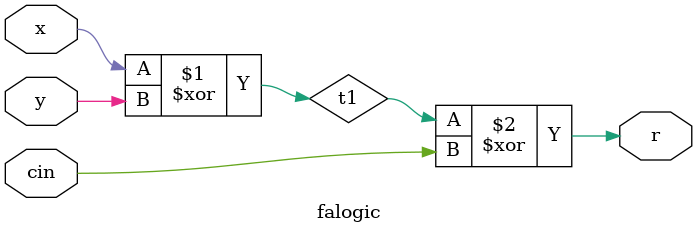
<source format=v>
`timescale 1ns / 1ps
module falogic( // Full adder
	input x,
	input y,
	input cin,
	output r
    );

	xor cx1(t1, x, y);
	xor cx2(r, t1, cin);

endmodule 
</source>
